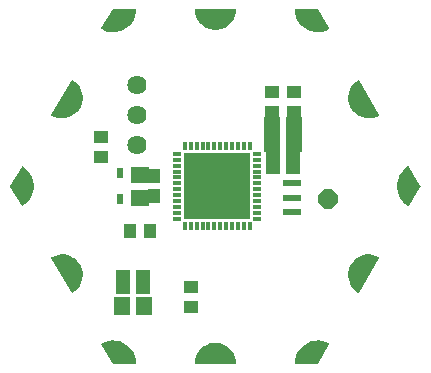
<source format=gbr>
G04 EAGLE Gerber RS-274X export*
G75*
%MOMM*%
%FSLAX34Y34*%
%LPD*%
%INSoldermask Bottom*%
%IPPOS*%
%AMOC8*
5,1,8,0,0,1.08239X$1,22.5*%
G01*
%ADD10R,1.201600X1.101600*%
%ADD11R,1.401600X1.601600*%
%ADD12R,1.101600X1.201600*%
%ADD13R,1.501597X0.501600*%
%ADD14P,1.759533X8X22.500000*%
%ADD15R,1.601600X1.401600*%
%ADD16C,1.101600*%
%ADD17C,1.625600*%
%ADD18R,0.651600X0.355600*%
%ADD19R,0.355600X0.651600*%
%ADD20R,5.701600X5.701600*%
%ADD21R,0.601600X0.901600*%

G36*
X17029Y-1268D02*
X17029Y-1268D01*
X17058Y-1271D01*
X17125Y-1249D01*
X17195Y-1235D01*
X17219Y-1218D01*
X17247Y-1209D01*
X17300Y-1162D01*
X17359Y-1122D01*
X17375Y-1098D01*
X17397Y-1078D01*
X17428Y-1014D01*
X17466Y-955D01*
X17471Y-926D01*
X17483Y-900D01*
X17492Y-800D01*
X17499Y-758D01*
X17496Y-748D01*
X17498Y-734D01*
X17266Y2064D01*
X17256Y2098D01*
X17252Y2146D01*
X16563Y4867D01*
X16548Y4899D01*
X16536Y4945D01*
X15408Y7517D01*
X15388Y7545D01*
X15369Y7589D01*
X13833Y9940D01*
X13809Y9964D01*
X13783Y10005D01*
X11881Y12070D01*
X11853Y12091D01*
X11820Y12126D01*
X9605Y13851D01*
X9574Y13866D01*
X9536Y13896D01*
X7066Y15232D01*
X7033Y15242D01*
X6991Y15265D01*
X5805Y15673D01*
X4351Y16172D01*
X4350Y16172D01*
X4335Y16177D01*
X4301Y16182D01*
X4255Y16197D01*
X1486Y16659D01*
X1451Y16658D01*
X1404Y16666D01*
X-1404Y16666D01*
X-1438Y16659D01*
X-1486Y16659D01*
X-4255Y16197D01*
X-4288Y16185D01*
X-4335Y16177D01*
X-6991Y15265D01*
X-7021Y15248D01*
X-7066Y15232D01*
X-9536Y13896D01*
X-9562Y13874D01*
X-9605Y13851D01*
X-11820Y12126D01*
X-11843Y12100D01*
X-11881Y12070D01*
X-13783Y10005D01*
X-13801Y9975D01*
X-13833Y9940D01*
X-15369Y7589D01*
X-15382Y7557D01*
X-15408Y7517D01*
X-16536Y4945D01*
X-16543Y4912D01*
X-16546Y4905D01*
X-16552Y4896D01*
X-16553Y4890D01*
X-16563Y4867D01*
X-17252Y2146D01*
X-17254Y2111D01*
X-17266Y2064D01*
X-17498Y-734D01*
X-17494Y-763D01*
X-17499Y-792D01*
X-17483Y-861D01*
X-17474Y-931D01*
X-17460Y-957D01*
X-17453Y-985D01*
X-17411Y-1042D01*
X-17376Y-1104D01*
X-17352Y-1122D01*
X-17335Y-1145D01*
X-17274Y-1181D01*
X-17217Y-1224D01*
X-17189Y-1232D01*
X-17164Y-1247D01*
X-17066Y-1263D01*
X-17025Y-1274D01*
X-17014Y-1272D01*
X-17000Y-1274D01*
X17000Y-1274D01*
X17029Y-1268D01*
G37*
G36*
X1438Y281791D02*
X1438Y281791D01*
X1486Y281791D01*
X4255Y282253D01*
X4288Y282265D01*
X4335Y282273D01*
X6991Y283185D01*
X7021Y283202D01*
X7066Y283218D01*
X9536Y284554D01*
X9562Y284576D01*
X9605Y284599D01*
X11820Y286324D01*
X11843Y286350D01*
X11881Y286380D01*
X13783Y288445D01*
X13801Y288475D01*
X13833Y288510D01*
X15369Y290861D01*
X15382Y290893D01*
X15408Y290933D01*
X16536Y293505D01*
X16543Y293538D01*
X16563Y293583D01*
X17252Y296304D01*
X17254Y296339D01*
X17266Y296386D01*
X17498Y299184D01*
X17494Y299213D01*
X17499Y299242D01*
X17483Y299311D01*
X17474Y299381D01*
X17460Y299407D01*
X17453Y299435D01*
X17411Y299492D01*
X17376Y299554D01*
X17352Y299572D01*
X17335Y299595D01*
X17274Y299631D01*
X17217Y299674D01*
X17189Y299682D01*
X17164Y299697D01*
X17066Y299713D01*
X17025Y299724D01*
X17014Y299722D01*
X17000Y299724D01*
X-17000Y299724D01*
X-17029Y299718D01*
X-17058Y299721D01*
X-17125Y299699D01*
X-17195Y299685D01*
X-17219Y299668D01*
X-17247Y299659D01*
X-17300Y299612D01*
X-17359Y299572D01*
X-17375Y299548D01*
X-17397Y299528D01*
X-17428Y299464D01*
X-17466Y299405D01*
X-17471Y299376D01*
X-17483Y299350D01*
X-17492Y299250D01*
X-17499Y299208D01*
X-17496Y299198D01*
X-17498Y299184D01*
X-17266Y296386D01*
X-17256Y296352D01*
X-17252Y296304D01*
X-16563Y293583D01*
X-16548Y293551D01*
X-16536Y293505D01*
X-15408Y290933D01*
X-15388Y290905D01*
X-15369Y290861D01*
X-13833Y288510D01*
X-13809Y288486D01*
X-13783Y288445D01*
X-11881Y286380D01*
X-11853Y286359D01*
X-11820Y286324D01*
X-9605Y284599D01*
X-9574Y284584D01*
X-9536Y284554D01*
X-7066Y283218D01*
X-7033Y283208D01*
X-6991Y283185D01*
X-4335Y282273D01*
X-4301Y282269D01*
X-4255Y282253D01*
X-1486Y281791D01*
X-1451Y281792D01*
X-1404Y281784D01*
X1404Y281784D01*
X1438Y281791D01*
G37*
G36*
X-121393Y59035D02*
X-121393Y59035D01*
X-121322Y59032D01*
X-121295Y59042D01*
X-121266Y59044D01*
X-121176Y59086D01*
X-121136Y59101D01*
X-121128Y59109D01*
X-121115Y59115D01*
X-118812Y60714D01*
X-118788Y60740D01*
X-118748Y60767D01*
X-116739Y62724D01*
X-116720Y62753D01*
X-116685Y62786D01*
X-115026Y65047D01*
X-115011Y65078D01*
X-114982Y65117D01*
X-113718Y67620D01*
X-113709Y67654D01*
X-113687Y67697D01*
X-112851Y70374D01*
X-112848Y70408D01*
X-112833Y70454D01*
X-112450Y73233D01*
X-112452Y73267D01*
X-112446Y73315D01*
X-112525Y76118D01*
X-112533Y76152D01*
X-112534Y76200D01*
X-113073Y78952D01*
X-113087Y78984D01*
X-113096Y79032D01*
X-114081Y81657D01*
X-114096Y81682D01*
X-114101Y81702D01*
X-114109Y81713D01*
X-114116Y81732D01*
X-115520Y84160D01*
X-115543Y84186D01*
X-115567Y84228D01*
X-117351Y86391D01*
X-117378Y86413D01*
X-117409Y86450D01*
X-119525Y88291D01*
X-119555Y88308D01*
X-119591Y88340D01*
X-121982Y89807D01*
X-122014Y89818D01*
X-122055Y89844D01*
X-124654Y90897D01*
X-124688Y90904D01*
X-124733Y90922D01*
X-127470Y91533D01*
X-127505Y91534D01*
X-127552Y91545D01*
X-130352Y91697D01*
X-130386Y91692D01*
X-130434Y91695D01*
X-133222Y91385D01*
X-133255Y91374D01*
X-133303Y91369D01*
X-136001Y90604D01*
X-136031Y90588D01*
X-136078Y90575D01*
X-138613Y89376D01*
X-138637Y89359D01*
X-138664Y89349D01*
X-138716Y89300D01*
X-138773Y89257D01*
X-138787Y89232D01*
X-138809Y89212D01*
X-138837Y89147D01*
X-138873Y89086D01*
X-138876Y89057D01*
X-138888Y89030D01*
X-138889Y88959D01*
X-138898Y88888D01*
X-138890Y88860D01*
X-138890Y88831D01*
X-138856Y88738D01*
X-138844Y88697D01*
X-138837Y88688D01*
X-138832Y88675D01*
X-121832Y59275D01*
X-121813Y59253D01*
X-121800Y59227D01*
X-121747Y59179D01*
X-121700Y59126D01*
X-121674Y59114D01*
X-121652Y59094D01*
X-121585Y59071D01*
X-121521Y59041D01*
X-121492Y59039D01*
X-121464Y59030D01*
X-121393Y59035D01*
G37*
G36*
X130386Y206758D02*
X130386Y206758D01*
X130434Y206755D01*
X133222Y207065D01*
X133255Y207076D01*
X133303Y207081D01*
X136001Y207846D01*
X136031Y207862D01*
X136078Y207875D01*
X138613Y209074D01*
X138637Y209091D01*
X138664Y209101D01*
X138716Y209150D01*
X138773Y209193D01*
X138787Y209218D01*
X138809Y209238D01*
X138837Y209303D01*
X138873Y209365D01*
X138876Y209393D01*
X138888Y209420D01*
X138889Y209491D01*
X138898Y209562D01*
X138890Y209590D01*
X138890Y209619D01*
X138856Y209712D01*
X138844Y209753D01*
X138837Y209762D01*
X138832Y209775D01*
X121832Y239175D01*
X121813Y239197D01*
X121800Y239223D01*
X121747Y239271D01*
X121700Y239324D01*
X121674Y239336D01*
X121652Y239356D01*
X121585Y239379D01*
X121521Y239409D01*
X121492Y239411D01*
X121464Y239420D01*
X121393Y239415D01*
X121322Y239418D01*
X121295Y239408D01*
X121266Y239406D01*
X121176Y239364D01*
X121136Y239349D01*
X121128Y239341D01*
X121115Y239335D01*
X118812Y237736D01*
X118788Y237711D01*
X118748Y237683D01*
X116739Y235726D01*
X116720Y235697D01*
X116685Y235664D01*
X115026Y233403D01*
X115011Y233372D01*
X114982Y233333D01*
X113718Y230830D01*
X113709Y230796D01*
X113687Y230753D01*
X112851Y228076D01*
X112848Y228042D01*
X112833Y227996D01*
X112450Y225217D01*
X112452Y225183D01*
X112446Y225135D01*
X112525Y222332D01*
X112533Y222298D01*
X112534Y222250D01*
X113073Y219498D01*
X113087Y219466D01*
X113096Y219418D01*
X114081Y216793D01*
X114099Y216763D01*
X114116Y216718D01*
X115520Y214290D01*
X115543Y214264D01*
X115567Y214223D01*
X117351Y212059D01*
X117378Y212037D01*
X117409Y212000D01*
X119525Y210159D01*
X119555Y210142D01*
X119591Y210111D01*
X121982Y208643D01*
X122014Y208632D01*
X122055Y208606D01*
X124654Y207553D01*
X124688Y207546D01*
X124733Y207528D01*
X127470Y206917D01*
X127505Y206916D01*
X127552Y206905D01*
X130352Y206753D01*
X130386Y206758D01*
G37*
G36*
X121426Y59036D02*
X121426Y59036D01*
X121497Y59035D01*
X121524Y59046D01*
X121553Y59050D01*
X121615Y59084D01*
X121680Y59112D01*
X121701Y59133D01*
X121726Y59147D01*
X121789Y59223D01*
X121819Y59254D01*
X121823Y59264D01*
X121832Y59275D01*
X138832Y88675D01*
X138841Y88703D01*
X138858Y88727D01*
X138873Y88796D01*
X138895Y88864D01*
X138893Y88893D01*
X138899Y88921D01*
X138886Y88991D01*
X138880Y89062D01*
X138867Y89088D01*
X138861Y89116D01*
X138821Y89175D01*
X138789Y89238D01*
X138766Y89257D01*
X138750Y89281D01*
X138668Y89338D01*
X138635Y89365D01*
X138625Y89368D01*
X138613Y89376D01*
X136078Y90575D01*
X136044Y90583D01*
X136001Y90604D01*
X133303Y91369D01*
X133268Y91371D01*
X133222Y91385D01*
X130434Y91695D01*
X130400Y91692D01*
X130352Y91697D01*
X127552Y91545D01*
X127518Y91536D01*
X127470Y91533D01*
X124733Y90922D01*
X124701Y90908D01*
X124654Y90897D01*
X122055Y89844D01*
X122026Y89825D01*
X121982Y89807D01*
X119591Y88340D01*
X119566Y88316D01*
X119525Y88291D01*
X117409Y86450D01*
X117388Y86423D01*
X117351Y86391D01*
X115567Y84228D01*
X115551Y84197D01*
X115520Y84160D01*
X114116Y81732D01*
X114105Y81699D01*
X114098Y81686D01*
X114088Y81672D01*
X114088Y81669D01*
X114081Y81657D01*
X113096Y79032D01*
X113090Y78997D01*
X113073Y78952D01*
X112534Y76200D01*
X112534Y76166D01*
X112525Y76118D01*
X112446Y73315D01*
X112452Y73281D01*
X112450Y73233D01*
X112833Y70454D01*
X112845Y70422D01*
X112851Y70374D01*
X113687Y67697D01*
X113704Y67666D01*
X113718Y67620D01*
X114982Y65117D01*
X115004Y65090D01*
X115026Y65047D01*
X116685Y62786D01*
X116711Y62763D01*
X116739Y62724D01*
X118748Y60767D01*
X118777Y60748D01*
X118812Y60714D01*
X121115Y59115D01*
X121142Y59103D01*
X121165Y59085D01*
X121233Y59064D01*
X121298Y59036D01*
X121327Y59036D01*
X121355Y59028D01*
X121426Y59036D01*
G37*
G36*
X-127552Y206905D02*
X-127552Y206905D01*
X-127518Y206914D01*
X-127470Y206917D01*
X-124733Y207528D01*
X-124701Y207542D01*
X-124654Y207553D01*
X-122055Y208606D01*
X-122026Y208625D01*
X-121982Y208643D01*
X-119591Y210111D01*
X-119566Y210134D01*
X-119525Y210159D01*
X-117409Y212000D01*
X-117388Y212027D01*
X-117351Y212059D01*
X-115567Y214223D01*
X-115551Y214253D01*
X-115520Y214290D01*
X-114116Y216718D01*
X-114105Y216751D01*
X-114081Y216793D01*
X-113096Y219418D01*
X-113090Y219453D01*
X-113073Y219498D01*
X-112534Y222250D01*
X-112534Y222285D01*
X-112525Y222332D01*
X-112446Y225135D01*
X-112452Y225169D01*
X-112450Y225217D01*
X-112833Y227996D01*
X-112845Y228028D01*
X-112851Y228076D01*
X-113687Y230753D01*
X-113704Y230784D01*
X-113718Y230830D01*
X-114982Y233333D01*
X-115004Y233360D01*
X-115026Y233403D01*
X-116685Y235664D01*
X-116711Y235687D01*
X-116739Y235726D01*
X-118748Y237683D01*
X-118777Y237702D01*
X-118812Y237736D01*
X-121115Y239335D01*
X-121142Y239347D01*
X-121165Y239365D01*
X-121233Y239386D01*
X-121298Y239414D01*
X-121327Y239414D01*
X-121355Y239422D01*
X-121426Y239414D01*
X-121497Y239415D01*
X-121524Y239404D01*
X-121553Y239400D01*
X-121615Y239366D01*
X-121680Y239338D01*
X-121701Y239317D01*
X-121726Y239303D01*
X-121789Y239227D01*
X-121819Y239196D01*
X-121823Y239186D01*
X-121832Y239175D01*
X-138832Y209775D01*
X-138841Y209747D01*
X-138858Y209723D01*
X-138873Y209654D01*
X-138895Y209586D01*
X-138893Y209557D01*
X-138899Y209529D01*
X-138886Y209459D01*
X-138880Y209388D01*
X-138867Y209362D01*
X-138861Y209334D01*
X-138821Y209275D01*
X-138789Y209212D01*
X-138766Y209193D01*
X-138750Y209169D01*
X-138668Y209112D01*
X-138635Y209085D01*
X-138625Y209082D01*
X-138613Y209074D01*
X-136078Y207875D01*
X-136044Y207867D01*
X-136001Y207846D01*
X-133303Y207081D01*
X-133268Y207079D01*
X-133222Y207065D01*
X-130434Y206755D01*
X-130400Y206758D01*
X-130352Y206753D01*
X-127552Y206905D01*
G37*
G36*
X163727Y132236D02*
X163727Y132236D01*
X163798Y132236D01*
X163825Y132247D01*
X163854Y132250D01*
X163916Y132285D01*
X163981Y132313D01*
X164002Y132333D01*
X164027Y132348D01*
X164090Y132425D01*
X164120Y132455D01*
X164124Y132465D01*
X164133Y132476D01*
X173633Y148976D01*
X173643Y149008D01*
X173652Y149021D01*
X173656Y149045D01*
X173657Y149049D01*
X173688Y149119D01*
X173688Y149143D01*
X173696Y149165D01*
X173690Y149241D01*
X173691Y149318D01*
X173681Y149342D01*
X173680Y149363D01*
X173659Y149402D01*
X173633Y149474D01*
X164133Y165974D01*
X164114Y165996D01*
X164101Y166022D01*
X164048Y166070D01*
X164001Y166123D01*
X163975Y166136D01*
X163954Y166155D01*
X163886Y166178D01*
X163822Y166209D01*
X163793Y166211D01*
X163766Y166220D01*
X163694Y166215D01*
X163623Y166218D01*
X163596Y166208D01*
X163567Y166206D01*
X163477Y166164D01*
X163437Y166149D01*
X163429Y166142D01*
X163416Y166136D01*
X160893Y164394D01*
X160869Y164370D01*
X160831Y164343D01*
X158619Y162219D01*
X158600Y162191D01*
X158566Y162159D01*
X156724Y159708D01*
X156710Y159677D01*
X156681Y159640D01*
X155256Y156925D01*
X155247Y156894D01*
X155231Y156869D01*
X155230Y156861D01*
X155225Y156851D01*
X154254Y153943D01*
X154250Y153909D01*
X154235Y153865D01*
X153743Y150838D01*
X153744Y150804D01*
X153736Y150758D01*
X153736Y147692D01*
X153737Y147688D01*
X153737Y147686D01*
X153743Y147659D01*
X153743Y147612D01*
X154235Y144585D01*
X154247Y144554D01*
X154254Y144507D01*
X155225Y141599D01*
X155242Y141570D01*
X155256Y141525D01*
X156681Y138810D01*
X156703Y138784D01*
X156724Y138742D01*
X158566Y136291D01*
X158591Y136268D01*
X158619Y136231D01*
X160831Y134107D01*
X160859Y134089D01*
X160893Y134056D01*
X163416Y132314D01*
X163443Y132303D01*
X163465Y132284D01*
X163534Y132264D01*
X163599Y132236D01*
X163628Y132236D01*
X163656Y132228D01*
X163727Y132236D01*
G37*
G36*
X-163694Y132235D02*
X-163694Y132235D01*
X-163623Y132232D01*
X-163596Y132242D01*
X-163567Y132244D01*
X-163477Y132286D01*
X-163437Y132301D01*
X-163429Y132308D01*
X-163416Y132314D01*
X-160893Y134056D01*
X-160869Y134080D01*
X-160831Y134107D01*
X-158619Y136231D01*
X-158600Y136259D01*
X-158566Y136291D01*
X-156724Y138742D01*
X-156710Y138773D01*
X-156681Y138810D01*
X-155256Y141525D01*
X-155247Y141558D01*
X-155225Y141599D01*
X-154254Y144507D01*
X-154250Y144541D01*
X-154235Y144585D01*
X-153743Y147612D01*
X-153744Y147646D01*
X-153736Y147692D01*
X-153736Y150758D01*
X-153743Y150791D01*
X-153743Y150838D01*
X-154235Y153865D01*
X-154247Y153896D01*
X-154254Y153943D01*
X-155225Y156851D01*
X-155238Y156874D01*
X-155244Y156899D01*
X-155251Y156908D01*
X-155256Y156925D01*
X-156681Y159640D01*
X-156703Y159666D01*
X-156724Y159708D01*
X-158566Y162159D01*
X-158591Y162182D01*
X-158619Y162219D01*
X-160831Y164343D01*
X-160859Y164361D01*
X-160893Y164394D01*
X-163416Y166136D01*
X-163443Y166147D01*
X-163465Y166166D01*
X-163534Y166186D01*
X-163599Y166214D01*
X-163628Y166214D01*
X-163656Y166222D01*
X-163727Y166214D01*
X-163798Y166215D01*
X-163825Y166203D01*
X-163854Y166200D01*
X-163916Y166165D01*
X-163981Y166137D01*
X-164002Y166117D01*
X-164027Y166102D01*
X-164090Y166025D01*
X-164120Y165995D01*
X-164124Y165985D01*
X-164133Y165974D01*
X-173633Y149474D01*
X-173657Y149401D01*
X-173688Y149331D01*
X-173688Y149307D01*
X-173696Y149285D01*
X-173690Y149209D01*
X-173691Y149132D01*
X-173681Y149108D01*
X-173680Y149087D01*
X-173659Y149048D01*
X-173640Y148996D01*
X-173639Y148990D01*
X-173637Y148988D01*
X-173633Y148976D01*
X-164133Y132476D01*
X-164114Y132454D01*
X-164101Y132428D01*
X-164048Y132380D01*
X-164001Y132327D01*
X-163975Y132314D01*
X-163954Y132295D01*
X-163886Y132272D01*
X-163822Y132241D01*
X-163793Y132240D01*
X-163766Y132230D01*
X-163694Y132235D01*
G37*
G36*
X86676Y-1259D02*
X86676Y-1259D01*
X86754Y-1250D01*
X86773Y-1239D01*
X86795Y-1235D01*
X86859Y-1191D01*
X86927Y-1152D01*
X86943Y-1133D01*
X86959Y-1122D01*
X86983Y-1084D01*
X87033Y-1024D01*
X96533Y15476D01*
X96542Y15503D01*
X96558Y15527D01*
X96573Y15597D01*
X96596Y15665D01*
X96593Y15693D01*
X96599Y15721D01*
X96586Y15792D01*
X96580Y15863D01*
X96567Y15888D01*
X96561Y15916D01*
X96521Y15976D01*
X96488Y16039D01*
X96466Y16057D01*
X96450Y16081D01*
X96367Y16139D01*
X96335Y16166D01*
X96324Y16169D01*
X96314Y16176D01*
X93548Y17485D01*
X93515Y17493D01*
X93472Y17513D01*
X90532Y18361D01*
X90498Y18364D01*
X90454Y18377D01*
X87416Y18742D01*
X87382Y18739D01*
X87335Y18745D01*
X84278Y18618D01*
X84245Y18610D01*
X84198Y18609D01*
X81201Y17993D01*
X81170Y17980D01*
X81124Y17971D01*
X78264Y16882D01*
X78236Y16864D01*
X78192Y16848D01*
X75544Y15314D01*
X75518Y15292D01*
X75478Y15269D01*
X73110Y13331D01*
X73088Y13304D01*
X73052Y13275D01*
X71025Y10982D01*
X71009Y10953D01*
X70977Y10918D01*
X69345Y8330D01*
X69333Y8298D01*
X69308Y8259D01*
X68112Y5442D01*
X68105Y5409D01*
X68102Y5402D01*
X68098Y5396D01*
X68097Y5390D01*
X68086Y5366D01*
X67358Y2394D01*
X67356Y2360D01*
X67345Y2315D01*
X67102Y-735D01*
X67106Y-764D01*
X67101Y-792D01*
X67118Y-861D01*
X67126Y-933D01*
X67141Y-957D01*
X67147Y-985D01*
X67190Y-1043D01*
X67226Y-1105D01*
X67248Y-1122D01*
X67265Y-1145D01*
X67327Y-1182D01*
X67384Y-1225D01*
X67412Y-1232D01*
X67436Y-1247D01*
X67536Y-1263D01*
X67577Y-1274D01*
X67587Y-1272D01*
X67600Y-1274D01*
X86600Y-1274D01*
X86676Y-1259D01*
G37*
G36*
X-67572Y-1269D02*
X-67572Y-1269D01*
X-67544Y-1271D01*
X-67476Y-1249D01*
X-67405Y-1235D01*
X-67382Y-1219D01*
X-67355Y-1210D01*
X-67300Y-1163D01*
X-67241Y-1122D01*
X-67226Y-1098D01*
X-67205Y-1080D01*
X-67173Y-1015D01*
X-67134Y-955D01*
X-67129Y-927D01*
X-67117Y-901D01*
X-67108Y-799D01*
X-67101Y-758D01*
X-67103Y-748D01*
X-67102Y-735D01*
X-67345Y2315D01*
X-67354Y2347D01*
X-67358Y2394D01*
X-68086Y5366D01*
X-68101Y5397D01*
X-68112Y5442D01*
X-69308Y8259D01*
X-69327Y8287D01*
X-69345Y8330D01*
X-70977Y10918D01*
X-71001Y10942D01*
X-71025Y10982D01*
X-73052Y13275D01*
X-73079Y13295D01*
X-73110Y13331D01*
X-75478Y15269D01*
X-75508Y15285D01*
X-75544Y15314D01*
X-78192Y16848D01*
X-78224Y16858D01*
X-78264Y16882D01*
X-81124Y17971D01*
X-81157Y17976D01*
X-81201Y17993D01*
X-84198Y18609D01*
X-84232Y18609D01*
X-84278Y18618D01*
X-87335Y18745D01*
X-87369Y18740D01*
X-87416Y18742D01*
X-90454Y18377D01*
X-90486Y18366D01*
X-90532Y18361D01*
X-93472Y17513D01*
X-93502Y17497D01*
X-93548Y17485D01*
X-96314Y16176D01*
X-96336Y16159D01*
X-96363Y16149D01*
X-96415Y16100D01*
X-96473Y16057D01*
X-96487Y16032D01*
X-96508Y16013D01*
X-96537Y15947D01*
X-96573Y15885D01*
X-96576Y15857D01*
X-96588Y15831D01*
X-96589Y15759D01*
X-96598Y15688D01*
X-96590Y15661D01*
X-96591Y15632D01*
X-96555Y15537D01*
X-96544Y15497D01*
X-96537Y15488D01*
X-96533Y15476D01*
X-87033Y-1024D01*
X-86981Y-1082D01*
X-86935Y-1145D01*
X-86916Y-1156D01*
X-86901Y-1173D01*
X-86831Y-1207D01*
X-86764Y-1247D01*
X-86740Y-1251D01*
X-86722Y-1259D01*
X-86677Y-1261D01*
X-86600Y-1274D01*
X-67600Y-1274D01*
X-67572Y-1269D01*
G37*
G36*
X87369Y279710D02*
X87369Y279710D01*
X87416Y279708D01*
X90454Y280073D01*
X90486Y280084D01*
X90532Y280089D01*
X93472Y280937D01*
X93502Y280953D01*
X93548Y280965D01*
X96314Y282274D01*
X96336Y282291D01*
X96363Y282301D01*
X96415Y282350D01*
X96473Y282393D01*
X96487Y282418D01*
X96508Y282437D01*
X96537Y282503D01*
X96573Y282565D01*
X96576Y282593D01*
X96588Y282619D01*
X96589Y282691D01*
X96598Y282762D01*
X96590Y282789D01*
X96591Y282818D01*
X96555Y282913D01*
X96544Y282953D01*
X96537Y282962D01*
X96533Y282974D01*
X87033Y299474D01*
X86981Y299533D01*
X86935Y299595D01*
X86916Y299606D01*
X86901Y299623D01*
X86831Y299657D01*
X86764Y299697D01*
X86740Y299701D01*
X86722Y299709D01*
X86677Y299711D01*
X86600Y299724D01*
X67600Y299724D01*
X67572Y299719D01*
X67544Y299721D01*
X67476Y299699D01*
X67405Y299685D01*
X67382Y299669D01*
X67355Y299660D01*
X67300Y299613D01*
X67241Y299572D01*
X67226Y299548D01*
X67205Y299530D01*
X67173Y299465D01*
X67134Y299405D01*
X67129Y299377D01*
X67117Y299351D01*
X67108Y299250D01*
X67101Y299208D01*
X67103Y299198D01*
X67102Y299185D01*
X67345Y296135D01*
X67354Y296103D01*
X67358Y296056D01*
X68086Y293084D01*
X68101Y293053D01*
X68112Y293008D01*
X69308Y290191D01*
X69327Y290163D01*
X69345Y290120D01*
X70977Y287532D01*
X71001Y287508D01*
X71025Y287468D01*
X73052Y285175D01*
X73079Y285155D01*
X73110Y285119D01*
X75478Y283181D01*
X75508Y283165D01*
X75544Y283136D01*
X78192Y281603D01*
X78224Y281592D01*
X78264Y281568D01*
X81124Y280480D01*
X81157Y280474D01*
X81201Y280457D01*
X84198Y279841D01*
X84232Y279841D01*
X84278Y279832D01*
X87335Y279705D01*
X87369Y279710D01*
G37*
G36*
X-84278Y279832D02*
X-84278Y279832D01*
X-84245Y279840D01*
X-84198Y279841D01*
X-81201Y280457D01*
X-81170Y280470D01*
X-81124Y280480D01*
X-78264Y281568D01*
X-78236Y281586D01*
X-78192Y281603D01*
X-75544Y283136D01*
X-75518Y283158D01*
X-75478Y283181D01*
X-73110Y285119D01*
X-73088Y285146D01*
X-73052Y285175D01*
X-71025Y287468D01*
X-71009Y287497D01*
X-70977Y287532D01*
X-69345Y290120D01*
X-69333Y290152D01*
X-69308Y290191D01*
X-68112Y293008D01*
X-68105Y293041D01*
X-68086Y293084D01*
X-67358Y296056D01*
X-67356Y296090D01*
X-67345Y296135D01*
X-67102Y299185D01*
X-67106Y299214D01*
X-67101Y299242D01*
X-67118Y299311D01*
X-67126Y299383D01*
X-67141Y299407D01*
X-67147Y299435D01*
X-67190Y299493D01*
X-67226Y299555D01*
X-67248Y299572D01*
X-67265Y299595D01*
X-67327Y299632D01*
X-67384Y299675D01*
X-67412Y299682D01*
X-67436Y299697D01*
X-67536Y299713D01*
X-67577Y299724D01*
X-67587Y299722D01*
X-67600Y299724D01*
X-86600Y299724D01*
X-86676Y299709D01*
X-86754Y299700D01*
X-86773Y299689D01*
X-86795Y299685D01*
X-86859Y299641D01*
X-86927Y299602D01*
X-86943Y299583D01*
X-86959Y299572D01*
X-86983Y299534D01*
X-87033Y299474D01*
X-96533Y282974D01*
X-96542Y282947D01*
X-96558Y282923D01*
X-96573Y282853D01*
X-96596Y282785D01*
X-96593Y282757D01*
X-96599Y282729D01*
X-96586Y282659D01*
X-96580Y282587D01*
X-96567Y282562D01*
X-96561Y282534D01*
X-96521Y282474D01*
X-96488Y282411D01*
X-96466Y282393D01*
X-96450Y282369D01*
X-96367Y282311D01*
X-96335Y282284D01*
X-96324Y282281D01*
X-96314Y282274D01*
X-93548Y280965D01*
X-93515Y280957D01*
X-93472Y280937D01*
X-90532Y280089D01*
X-90498Y280086D01*
X-90454Y280073D01*
X-87416Y279708D01*
X-87382Y279711D01*
X-87335Y279705D01*
X-84278Y279832D01*
G37*
D10*
X65650Y165100D03*
X48650Y165100D03*
D11*
X47650Y185738D03*
X66650Y185738D03*
D12*
X-55000Y111125D03*
X-72000Y111125D03*
D13*
X65088Y151700D03*
X65088Y139700D03*
X65088Y127700D03*
D14*
X95250Y138113D03*
D12*
X-52388Y140725D03*
X-52388Y157725D03*
D10*
X65650Y174625D03*
X48650Y174625D03*
D11*
X47650Y200025D03*
X66650Y200025D03*
D10*
X-96838Y174063D03*
X-96838Y191063D03*
D15*
X-63500Y158725D03*
X-63500Y139725D03*
D10*
X66675Y229163D03*
X66675Y212163D03*
X47625Y229163D03*
X47625Y212163D03*
D11*
X-60350Y47625D03*
X-79350Y47625D03*
D16*
X82600Y292325D03*
X165200Y149225D03*
X82600Y6125D03*
X-82600Y6125D03*
X-165200Y149225D03*
X-82600Y292325D03*
X123900Y220725D03*
X123900Y77725D03*
X0Y6125D03*
X-123900Y77725D03*
X-123900Y220725D03*
X0Y292325D03*
D10*
X-20638Y47063D03*
X-20638Y64063D03*
X-78350Y73025D03*
X-61350Y73025D03*
X-78350Y63500D03*
X-61350Y63500D03*
D17*
X-66675Y234950D03*
X-66675Y209550D03*
X-66675Y184150D03*
D18*
X35388Y176732D03*
X35388Y171731D03*
X35388Y166729D03*
X35388Y161728D03*
X35388Y156727D03*
X35388Y151726D03*
X35388Y146724D03*
X35388Y141723D03*
X35388Y136722D03*
X35388Y131721D03*
X35388Y126719D03*
X35388Y121718D03*
D19*
X29095Y115425D03*
X24094Y115425D03*
X19092Y115425D03*
X14091Y115425D03*
X9090Y115425D03*
X4089Y115425D03*
X-914Y115425D03*
X-5915Y115425D03*
X-10916Y115425D03*
X-15917Y115425D03*
X-20919Y115425D03*
X-25920Y115425D03*
D18*
X-32213Y121718D03*
X-32213Y126719D03*
X-32213Y131721D03*
X-32213Y136722D03*
X-32213Y141723D03*
X-32213Y146724D03*
X-32213Y151726D03*
X-32213Y156727D03*
X-32213Y161728D03*
X-32213Y166729D03*
X-32213Y171731D03*
X-32213Y176732D03*
D19*
X-25920Y183025D03*
X-20919Y183025D03*
X-15917Y183025D03*
X-10916Y183025D03*
X-5915Y183025D03*
X-914Y183025D03*
X4089Y183025D03*
X9090Y183025D03*
X14091Y183025D03*
X19092Y183025D03*
X24094Y183025D03*
X29095Y183025D03*
D20*
X1588Y149225D03*
D21*
X-80963Y138225D03*
X-80963Y160225D03*
M02*

</source>
